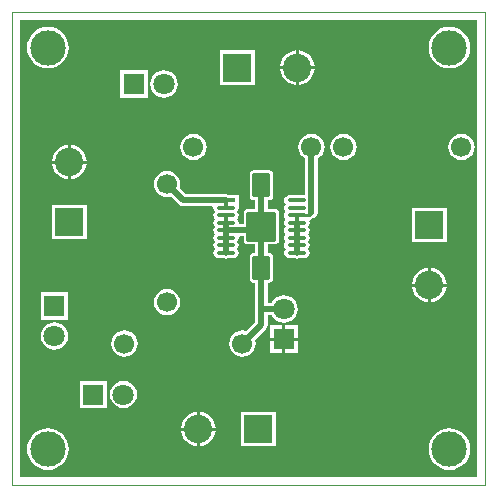
<source format=gtl>
G04 Layer_Physical_Order=1*
G04 Layer_Color=6759642*
%FSLAX44Y44*%
%MOMM*%
G71*
G01*
G75*
G04:AMPARAMS|DCode=10|XSize=1.5mm|YSize=2mm|CornerRadius=0.075mm|HoleSize=0mm|Usage=FLASHONLY|Rotation=0.000|XOffset=0mm|YOffset=0mm|HoleType=Round|Shape=RoundedRectangle|*
%AMROUNDEDRECTD10*
21,1,1.5000,1.8500,0,0,0.0*
21,1,1.3500,2.0000,0,0,0.0*
1,1,0.1500,0.6750,-0.9250*
1,1,0.1500,-0.6750,-0.9250*
1,1,0.1500,-0.6750,0.9250*
1,1,0.1500,0.6750,0.9250*
%
%ADD10ROUNDEDRECTD10*%
G04:AMPARAMS|DCode=11|XSize=2.5mm|YSize=2.5mm|CornerRadius=0.125mm|HoleSize=0mm|Usage=FLASHONLY|Rotation=90.000|XOffset=0mm|YOffset=0mm|HoleType=Round|Shape=RoundedRectangle|*
%AMROUNDEDRECTD11*
21,1,2.5000,2.2500,0,0,90.0*
21,1,2.2500,2.5000,0,0,90.0*
1,1,0.2500,1.1250,1.1250*
1,1,0.2500,1.1250,-1.1250*
1,1,0.2500,-1.1250,-1.1250*
1,1,0.2500,-1.1250,1.1250*
%
%ADD11ROUNDEDRECTD11*%
%ADD12O,1.6500X0.3500*%
%ADD13R,1.6500X0.3500*%
%ADD14C,0.5000*%
%ADD15C,0.3000*%
%ADD16C,0.2540*%
%ADD17C,0.1000*%
%ADD18R,1.8000X1.8000*%
%ADD19C,1.8000*%
%ADD20R,1.8000X1.8000*%
%ADD21C,2.4000*%
%ADD22R,2.4000X2.4000*%
%ADD23C,1.7000*%
%ADD24R,2.4000X2.4000*%
%ADD25C,3.0000*%
G36*
X393700Y6350D02*
X6350D01*
Y393700D01*
X393700D01*
Y6350D01*
D02*
G37*
%LPC*%
G36*
X228600Y134730D02*
X218330D01*
Y124460D01*
X228600D01*
Y134730D01*
D02*
G37*
G36*
X241410D02*
X231140D01*
Y124460D01*
X241410D01*
Y134730D01*
D02*
G37*
G36*
X35560Y137370D02*
X32548Y136973D01*
X29740Y135810D01*
X27330Y133960D01*
X25480Y131550D01*
X24317Y128743D01*
X23920Y125730D01*
X24317Y122718D01*
X25480Y119910D01*
X27330Y117500D01*
X29740Y115650D01*
X32548Y114487D01*
X35560Y114090D01*
X38572Y114487D01*
X41380Y115650D01*
X43790Y117500D01*
X45640Y119910D01*
X46803Y122718D01*
X47200Y125730D01*
X46803Y128743D01*
X45640Y131550D01*
X43790Y133960D01*
X41380Y135810D01*
X38572Y136973D01*
X35560Y137370D01*
D02*
G37*
G36*
X228600Y121920D02*
X218330D01*
Y111650D01*
X228600D01*
Y121920D01*
D02*
G37*
G36*
X241410D02*
X231140D01*
Y111650D01*
X241410D01*
Y121920D01*
D02*
G37*
G36*
X367558Y167640D02*
X354330D01*
Y154412D01*
X356856Y154744D01*
X360393Y156209D01*
X363430Y158540D01*
X365761Y161577D01*
X367226Y165114D01*
X367558Y167640D01*
D02*
G37*
G36*
X351790Y183408D02*
X349264Y183076D01*
X345727Y181611D01*
X342690Y179280D01*
X340359Y176243D01*
X338894Y172706D01*
X338562Y170180D01*
X351790D01*
Y183408D01*
D02*
G37*
G36*
Y167640D02*
X338562D01*
X338894Y165114D01*
X340359Y161577D01*
X342690Y158540D01*
X345727Y156209D01*
X349264Y154744D01*
X351790Y154412D01*
Y167640D01*
D02*
G37*
G36*
X47100Y162670D02*
X24020D01*
Y139590D01*
X47100D01*
Y162670D01*
D02*
G37*
G36*
X130810Y165605D02*
X127928Y165226D01*
X125242Y164113D01*
X122936Y162344D01*
X121167Y160038D01*
X120054Y157352D01*
X119675Y154470D01*
X120054Y151588D01*
X121167Y148902D01*
X122936Y146596D01*
X125242Y144827D01*
X127928Y143714D01*
X130810Y143335D01*
X133692Y143714D01*
X136378Y144827D01*
X138684Y146596D01*
X140453Y148902D01*
X141566Y151588D01*
X141945Y154470D01*
X141566Y157352D01*
X140453Y160038D01*
X138684Y162344D01*
X136378Y164113D01*
X133692Y165226D01*
X130810Y165605D01*
D02*
G37*
G36*
X156210Y45720D02*
X142982D01*
X143314Y43194D01*
X144779Y39657D01*
X147110Y36620D01*
X150147Y34289D01*
X153684Y32824D01*
X156210Y32492D01*
Y45720D01*
D02*
G37*
G36*
X171978D02*
X158750D01*
Y32492D01*
X161276Y32824D01*
X164813Y34289D01*
X167850Y36620D01*
X170181Y39657D01*
X171646Y43194D01*
X171978Y45720D01*
D02*
G37*
G36*
X222820Y61530D02*
X193740D01*
Y32450D01*
X222820D01*
Y61530D01*
D02*
G37*
G36*
X30000Y47625D02*
X26562Y47286D01*
X23255Y46283D01*
X20208Y44654D01*
X17537Y42463D01*
X15345Y39792D01*
X13717Y36745D01*
X12714Y33438D01*
X12375Y30000D01*
X12714Y26562D01*
X13717Y23255D01*
X15345Y20208D01*
X17537Y17537D01*
X20208Y15345D01*
X23255Y13717D01*
X26562Y12714D01*
X30000Y12375D01*
X33438Y12714D01*
X36745Y13717D01*
X39792Y15345D01*
X42463Y17537D01*
X44654Y20208D01*
X46283Y23255D01*
X47286Y26562D01*
X47625Y30000D01*
X47286Y33438D01*
X46283Y36745D01*
X44654Y39792D01*
X42463Y42463D01*
X39792Y44654D01*
X36745Y46283D01*
X33438Y47286D01*
X30000Y47625D01*
D02*
G37*
G36*
X370000D02*
X366562Y47286D01*
X363255Y46283D01*
X360208Y44654D01*
X357537Y42463D01*
X355345Y39792D01*
X353717Y36745D01*
X352714Y33438D01*
X352375Y30000D01*
X352714Y26562D01*
X353717Y23255D01*
X355345Y20208D01*
X357537Y17537D01*
X360208Y15345D01*
X363255Y13717D01*
X366562Y12714D01*
X370000Y12375D01*
X373438Y12714D01*
X376745Y13717D01*
X379792Y15345D01*
X382463Y17537D01*
X384655Y20208D01*
X386283Y23255D01*
X387286Y26562D01*
X387625Y30000D01*
X387286Y33438D01*
X386283Y36745D01*
X384655Y39792D01*
X382463Y42463D01*
X379792Y44654D01*
X376745Y46283D01*
X373438Y47286D01*
X370000Y47625D01*
D02*
G37*
G36*
X80120Y87740D02*
X57040D01*
Y64660D01*
X80120D01*
Y87740D01*
D02*
G37*
G36*
X94780Y130515D02*
X91898Y130136D01*
X89212Y129023D01*
X86906Y127254D01*
X85137Y124948D01*
X84024Y122262D01*
X83645Y119380D01*
X84024Y116498D01*
X85137Y113812D01*
X86906Y111506D01*
X89212Y109737D01*
X91898Y108624D01*
X94780Y108245D01*
X97662Y108624D01*
X100348Y109737D01*
X102654Y111506D01*
X104423Y113812D01*
X105536Y116498D01*
X105915Y119380D01*
X105536Y122262D01*
X104423Y124948D01*
X102654Y127254D01*
X100348Y129023D01*
X97662Y130136D01*
X94780Y130515D01*
D02*
G37*
G36*
X93980Y87839D02*
X90968Y87443D01*
X88160Y86280D01*
X85750Y84430D01*
X83900Y82020D01*
X82737Y79212D01*
X82340Y76200D01*
X82737Y73187D01*
X83900Y70380D01*
X85750Y67970D01*
X88160Y66120D01*
X90968Y64957D01*
X93980Y64560D01*
X96993Y64957D01*
X99800Y66120D01*
X102210Y67970D01*
X104060Y70380D01*
X105223Y73187D01*
X105619Y76200D01*
X105223Y79212D01*
X104060Y82020D01*
X102210Y84430D01*
X99800Y86280D01*
X96993Y87443D01*
X93980Y87839D01*
D02*
G37*
G36*
X156210Y61488D02*
X153684Y61156D01*
X150147Y59691D01*
X147110Y57360D01*
X144779Y54323D01*
X143314Y50786D01*
X142982Y48260D01*
X156210D01*
Y61488D01*
D02*
G37*
G36*
X158750D02*
Y48260D01*
X171978D01*
X171646Y50786D01*
X170181Y54323D01*
X167850Y57360D01*
X164813Y59691D01*
X161276Y61156D01*
X158750Y61488D01*
D02*
G37*
G36*
X205040Y367600D02*
X175960D01*
Y338520D01*
X205040D01*
Y367600D01*
D02*
G37*
G36*
X240030Y351790D02*
X226802D01*
X227134Y349264D01*
X228599Y345727D01*
X230930Y342690D01*
X233967Y340359D01*
X237504Y338894D01*
X240030Y338562D01*
Y351790D01*
D02*
G37*
G36*
X114410Y350630D02*
X91330D01*
Y327550D01*
X114410D01*
Y350630D01*
D02*
G37*
G36*
X380200Y296885D02*
X377318Y296506D01*
X374632Y295393D01*
X372326Y293624D01*
X370557Y291318D01*
X369444Y288632D01*
X369065Y285750D01*
X369444Y282868D01*
X370557Y280182D01*
X372326Y277876D01*
X374632Y276107D01*
X377318Y274994D01*
X380200Y274615D01*
X383082Y274994D01*
X385768Y276107D01*
X388074Y277876D01*
X389843Y280182D01*
X390956Y282868D01*
X391335Y285750D01*
X390956Y288632D01*
X389843Y291318D01*
X388074Y293624D01*
X385768Y295393D01*
X383082Y296506D01*
X380200Y296885D01*
D02*
G37*
G36*
X128270Y350730D02*
X125258Y350333D01*
X122450Y349170D01*
X120040Y347320D01*
X118190Y344910D01*
X117027Y342103D01*
X116630Y339090D01*
X117027Y336077D01*
X118190Y333270D01*
X120040Y330860D01*
X122450Y329010D01*
X125258Y327847D01*
X128270Y327450D01*
X131283Y327847D01*
X134090Y329010D01*
X136500Y330860D01*
X138350Y333270D01*
X139513Y336077D01*
X139909Y339090D01*
X139513Y342103D01*
X138350Y344910D01*
X136500Y347320D01*
X134090Y349170D01*
X131283Y350333D01*
X128270Y350730D01*
D02*
G37*
G36*
X240030Y367558D02*
X237504Y367226D01*
X233967Y365761D01*
X230930Y363430D01*
X228599Y360393D01*
X227134Y356856D01*
X226802Y354330D01*
X240030D01*
Y367558D01*
D02*
G37*
G36*
X242570D02*
Y354330D01*
X255798D01*
X255466Y356856D01*
X254001Y360393D01*
X251670Y363430D01*
X248633Y365761D01*
X245096Y367226D01*
X242570Y367558D01*
D02*
G37*
G36*
X370000Y387625D02*
X366562Y387286D01*
X363255Y386283D01*
X360208Y384655D01*
X357537Y382463D01*
X355345Y379792D01*
X353717Y376745D01*
X352714Y373438D01*
X352375Y370000D01*
X352714Y366562D01*
X353717Y363255D01*
X355345Y360208D01*
X357537Y357537D01*
X360208Y355345D01*
X363255Y353717D01*
X366562Y352714D01*
X370000Y352375D01*
X373438Y352714D01*
X376745Y353717D01*
X379792Y355345D01*
X382463Y357537D01*
X384655Y360208D01*
X386283Y363255D01*
X387286Y366562D01*
X387625Y370000D01*
X387286Y373438D01*
X386283Y376745D01*
X384655Y379792D01*
X382463Y382463D01*
X379792Y384655D01*
X376745Y386283D01*
X373438Y387286D01*
X370000Y387625D01*
D02*
G37*
G36*
X255798Y351790D02*
X242570D01*
Y338562D01*
X245096Y338894D01*
X248633Y340359D01*
X251670Y342690D01*
X254001Y345727D01*
X255466Y349264D01*
X255798Y351790D01*
D02*
G37*
G36*
X30000Y387625D02*
X26562Y387286D01*
X23255Y386283D01*
X20208Y384655D01*
X17537Y382463D01*
X15345Y379792D01*
X13717Y376745D01*
X12714Y373438D01*
X12375Y370000D01*
X12714Y366562D01*
X13717Y363255D01*
X15345Y360208D01*
X17537Y357537D01*
X20208Y355345D01*
X23255Y353717D01*
X26562Y352714D01*
X30000Y352375D01*
X33438Y352714D01*
X36745Y353717D01*
X39792Y355345D01*
X42463Y357537D01*
X44654Y360208D01*
X46283Y363255D01*
X47286Y366562D01*
X47625Y370000D01*
X47286Y373438D01*
X46283Y376745D01*
X44654Y379792D01*
X42463Y382463D01*
X39792Y384655D01*
X36745Y386283D01*
X33438Y387286D01*
X30000Y387625D01*
D02*
G37*
G36*
X280200Y296885D02*
X277318Y296506D01*
X274632Y295393D01*
X272326Y293624D01*
X270557Y291318D01*
X269444Y288632D01*
X269065Y285750D01*
X269444Y282868D01*
X270557Y280182D01*
X272326Y277876D01*
X274632Y276107D01*
X277318Y274994D01*
X280200Y274615D01*
X283082Y274994D01*
X285768Y276107D01*
X288074Y277876D01*
X289843Y280182D01*
X290956Y282868D01*
X291335Y285750D01*
X290956Y288632D01*
X289843Y291318D01*
X288074Y293624D01*
X285768Y295393D01*
X283082Y296506D01*
X280200Y296885D01*
D02*
G37*
G36*
X62800Y236790D02*
X33720D01*
Y207710D01*
X62800D01*
Y236790D01*
D02*
G37*
G36*
X217570Y266045D02*
X204070D01*
X202786Y265789D01*
X201698Y265062D01*
X200971Y263974D01*
X200716Y262690D01*
Y244190D01*
X200971Y242906D01*
X201698Y241818D01*
X202786Y241091D01*
X204070Y240835D01*
X205681D01*
Y233554D01*
X199570D01*
X198091Y233260D01*
X196838Y232422D01*
X196000Y231169D01*
X195706Y229690D01*
Y220404D01*
X192454D01*
X191648Y221385D01*
X191694Y221615D01*
X191361Y223289D01*
X191043Y223765D01*
X190460Y224790D01*
X191043Y225815D01*
X191361Y226291D01*
X191694Y227965D01*
X191361Y229639D01*
X191043Y230115D01*
X190460Y231140D01*
X191043Y232165D01*
X191361Y232641D01*
X191694Y234315D01*
X191532Y235130D01*
X191610Y236400D01*
X191610Y236400D01*
X191610Y236400D01*
Y244980D01*
X183471D01*
X182787Y245438D01*
X180820Y245829D01*
X146719D01*
X141388Y251159D01*
X141566Y251588D01*
X141945Y254470D01*
X141566Y257352D01*
X140453Y260038D01*
X138684Y262344D01*
X136378Y264113D01*
X133692Y265226D01*
X130810Y265605D01*
X127928Y265226D01*
X125242Y264113D01*
X122936Y262344D01*
X121167Y260038D01*
X120054Y257352D01*
X119675Y254470D01*
X120054Y251588D01*
X121167Y248902D01*
X122936Y246596D01*
X125242Y244827D01*
X127928Y243714D01*
X130810Y243335D01*
X133692Y243714D01*
X134121Y243892D01*
X140956Y237056D01*
X142624Y235942D01*
X144590Y235551D01*
X169191D01*
X169997Y234569D01*
X169946Y234315D01*
X170279Y232641D01*
X170597Y232165D01*
X171180Y231140D01*
X170597Y230115D01*
X170279Y229639D01*
X169946Y227965D01*
X170279Y226291D01*
X170597Y225815D01*
X171180Y224790D01*
X170597Y223765D01*
X170279Y223289D01*
X169946Y221615D01*
X170279Y219941D01*
X170597Y219465D01*
X171180Y218440D01*
X170597Y217415D01*
X170279Y216939D01*
X169946Y215265D01*
X170279Y213591D01*
X170597Y213115D01*
X171180Y212090D01*
X170597Y211065D01*
X170279Y210589D01*
X169946Y208915D01*
X170279Y207241D01*
X170597Y206765D01*
X171180Y205740D01*
X170597Y204715D01*
X170279Y204239D01*
X169946Y202565D01*
X170279Y200891D01*
X171227Y199472D01*
Y199283D01*
X170279Y197864D01*
X169946Y196190D01*
X170279Y194516D01*
X171227Y193097D01*
X172646Y192149D01*
X174320Y191816D01*
X178295D01*
X178853Y191442D01*
X180820Y191051D01*
X182787Y191442D01*
X183346Y191816D01*
X187320D01*
X188994Y192149D01*
X190413Y193097D01*
X191361Y194516D01*
X191694Y196190D01*
X191361Y197864D01*
X190413Y199283D01*
Y199472D01*
X191361Y200891D01*
X191694Y202565D01*
X191361Y204239D01*
X191043Y204715D01*
X190460Y205740D01*
X191043Y206765D01*
X191361Y207241D01*
X191694Y208915D01*
X191648Y209144D01*
X192454Y210126D01*
X195706D01*
Y207190D01*
X196000Y205711D01*
X196838Y204458D01*
X198091Y203620D01*
X199570Y203326D01*
X205681D01*
Y196045D01*
X204070D01*
X202786Y195789D01*
X201698Y195062D01*
X200971Y193974D01*
X200716Y192690D01*
Y174190D01*
X200971Y172906D01*
X201698Y171818D01*
X202786Y171091D01*
X204070Y170835D01*
X205681D01*
Y137549D01*
X198091Y129958D01*
X197662Y130136D01*
X194780Y130515D01*
X191898Y130136D01*
X189212Y129023D01*
X186906Y127254D01*
X185137Y124948D01*
X184024Y122262D01*
X183645Y119380D01*
X184024Y116498D01*
X185137Y113812D01*
X186906Y111506D01*
X189212Y109737D01*
X191898Y108624D01*
X194780Y108245D01*
X197662Y108624D01*
X200348Y109737D01*
X202654Y111506D01*
X204423Y113812D01*
X205536Y116498D01*
X205915Y119380D01*
X205536Y122262D01*
X205358Y122691D01*
X214454Y131786D01*
X215568Y133454D01*
X215959Y135420D01*
Y143451D01*
X219508D01*
X219790Y142770D01*
X221640Y140360D01*
X224050Y138510D01*
X226857Y137347D01*
X229870Y136950D01*
X232882Y137347D01*
X235690Y138510D01*
X238100Y140360D01*
X239950Y142770D01*
X241113Y145577D01*
X241509Y148590D01*
X241113Y151602D01*
X239950Y154410D01*
X238100Y156820D01*
X235690Y158670D01*
X232882Y159833D01*
X229870Y160229D01*
X226857Y159833D01*
X224050Y158670D01*
X221640Y156820D01*
X219790Y154410D01*
X219508Y153729D01*
X215959D01*
Y170835D01*
X217570D01*
X218854Y171091D01*
X219942Y171818D01*
X220669Y172906D01*
X220924Y174190D01*
Y192690D01*
X220669Y193974D01*
X219942Y195062D01*
X218854Y195789D01*
X217570Y196045D01*
X215959D01*
Y203326D01*
X222070D01*
X223549Y203620D01*
X224802Y204458D01*
X225640Y205711D01*
X225934Y207190D01*
Y229690D01*
X225640Y231169D01*
X224802Y232422D01*
X223549Y233260D01*
X222070Y233554D01*
X215959D01*
Y240835D01*
X217570D01*
X218854Y241091D01*
X219942Y241818D01*
X220669Y242906D01*
X220924Y244190D01*
Y262690D01*
X220669Y263974D01*
X219942Y265062D01*
X218854Y265789D01*
X217570Y266045D01*
D02*
G37*
G36*
X367600Y234250D02*
X338520D01*
Y205170D01*
X367600D01*
Y234250D01*
D02*
G37*
G36*
X354330Y183408D02*
Y170180D01*
X367558D01*
X367226Y172706D01*
X365761Y176243D01*
X363430Y179280D01*
X360393Y181611D01*
X356856Y183076D01*
X354330Y183408D01*
D02*
G37*
G36*
X253200Y296885D02*
X250318Y296506D01*
X247632Y295393D01*
X245326Y293624D01*
X243557Y291318D01*
X242444Y288632D01*
X242065Y285750D01*
X242444Y282868D01*
X243557Y280182D01*
X245326Y277876D01*
X247632Y276107D01*
X248061Y275929D01*
Y245672D01*
X247320Y245064D01*
X234320D01*
X232646Y244731D01*
X231227Y243783D01*
X230279Y242364D01*
X229946Y240690D01*
X230279Y239016D01*
X231227Y237597D01*
Y237408D01*
X230279Y235989D01*
X229946Y234315D01*
X230279Y232641D01*
X230597Y232165D01*
X231180Y231140D01*
X230597Y230115D01*
X230279Y229639D01*
X229946Y227965D01*
X230279Y226291D01*
X230597Y225815D01*
X231180Y224790D01*
X230597Y223765D01*
X230279Y223289D01*
X229946Y221615D01*
X230279Y219941D01*
X231227Y218522D01*
Y218358D01*
X230279Y216939D01*
X229946Y215265D01*
X230279Y213591D01*
X230597Y213115D01*
X231180Y212090D01*
X230597Y211065D01*
X230279Y210589D01*
X229946Y208915D01*
X230279Y207241D01*
X230597Y206765D01*
X231180Y205740D01*
X230597Y204715D01*
X230279Y204239D01*
X229946Y202565D01*
X230279Y200891D01*
X231227Y199472D01*
Y199283D01*
X230279Y197864D01*
X229946Y196190D01*
X230279Y194516D01*
X231227Y193097D01*
X232646Y192149D01*
X234320Y191816D01*
X238295D01*
X238853Y191442D01*
X240820Y191051D01*
X242787Y191442D01*
X243346Y191816D01*
X247320D01*
X248994Y192149D01*
X250413Y193097D01*
X251361Y194516D01*
X251694Y196190D01*
X251361Y197864D01*
X250413Y199283D01*
Y199472D01*
X251361Y200891D01*
X251694Y202565D01*
X251361Y204239D01*
X251043Y204715D01*
X250460Y205740D01*
X251043Y206765D01*
X251361Y207241D01*
X251694Y208915D01*
X251361Y210589D01*
X251043Y211065D01*
X250460Y212090D01*
X251043Y213115D01*
X251361Y213591D01*
X251694Y215265D01*
X251361Y216939D01*
X250413Y218358D01*
Y218522D01*
X251361Y219941D01*
X251694Y221615D01*
X251361Y223289D01*
X251766Y224268D01*
X252312Y224376D01*
X253572Y225218D01*
X253643Y225289D01*
X255166Y225592D01*
X256834Y226706D01*
X257948Y228374D01*
X258339Y230340D01*
Y275929D01*
X258768Y276107D01*
X261074Y277876D01*
X262843Y280182D01*
X263956Y282868D01*
X264335Y285750D01*
X263956Y288632D01*
X262843Y291318D01*
X261074Y293624D01*
X258768Y295393D01*
X256082Y296506D01*
X253200Y296885D01*
D02*
G37*
G36*
X49530Y287548D02*
Y274320D01*
X62758D01*
X62426Y276846D01*
X60961Y280383D01*
X58630Y283420D01*
X55593Y285751D01*
X52056Y287216D01*
X49530Y287548D01*
D02*
G37*
G36*
X153200Y296885D02*
X150318Y296506D01*
X147632Y295393D01*
X145326Y293624D01*
X143557Y291318D01*
X142444Y288632D01*
X142065Y285750D01*
X142444Y282868D01*
X143557Y280182D01*
X145326Y277876D01*
X147632Y276107D01*
X150318Y274994D01*
X153200Y274615D01*
X156082Y274994D01*
X158768Y276107D01*
X161074Y277876D01*
X162843Y280182D01*
X163956Y282868D01*
X164335Y285750D01*
X163956Y288632D01*
X162843Y291318D01*
X161074Y293624D01*
X158768Y295393D01*
X156082Y296506D01*
X153200Y296885D01*
D02*
G37*
G36*
X46990Y287548D02*
X44464Y287216D01*
X40927Y285751D01*
X37890Y283420D01*
X35559Y280383D01*
X34094Y276846D01*
X33762Y274320D01*
X46990D01*
Y287548D01*
D02*
G37*
G36*
Y271780D02*
X33762D01*
X34094Y269254D01*
X35559Y265717D01*
X37890Y262680D01*
X40927Y260349D01*
X44464Y258884D01*
X46990Y258552D01*
Y271780D01*
D02*
G37*
G36*
X62758D02*
X49530D01*
Y258552D01*
X52056Y258884D01*
X55593Y260349D01*
X58630Y262680D01*
X60961Y265717D01*
X62426Y269254D01*
X62758Y271780D01*
D02*
G37*
%LPD*%
D10*
X210820Y183440D02*
D03*
Y253440D02*
D03*
D11*
Y218440D02*
D03*
D12*
X240820Y196190D02*
D03*
Y202565D02*
D03*
Y208915D02*
D03*
Y215265D02*
D03*
Y221615D02*
D03*
Y227965D02*
D03*
Y234315D02*
D03*
Y240690D02*
D03*
X180820Y196190D02*
D03*
Y202565D02*
D03*
Y208915D02*
D03*
Y215265D02*
D03*
Y221615D02*
D03*
Y227965D02*
D03*
Y234315D02*
D03*
D13*
Y240690D02*
D03*
D14*
X210820Y148590D02*
X229870D01*
X194780Y119380D02*
X210820Y135420D01*
Y183440D01*
X130810Y254470D02*
X144590Y240690D01*
X180820D01*
X207645Y215265D02*
X210820Y218440D01*
X180820Y215265D02*
X207645D01*
X180820Y196190D02*
Y202565D01*
Y208915D01*
Y215265D01*
Y221615D01*
X210820Y183440D02*
Y218440D01*
Y253440D01*
X253200Y230340D02*
Y285750D01*
X240820Y196190D02*
Y202565D01*
Y208915D01*
Y215265D01*
Y221615D01*
D15*
X180820Y234315D02*
Y240690D01*
Y221615D02*
Y227965D01*
X240820Y221615D02*
Y227965D01*
D16*
X250825D02*
X253200Y230340D01*
X240820Y227965D02*
X250825D01*
D17*
X0Y0D02*
Y400000D01*
Y0D02*
X400000D01*
Y400000D01*
X0D02*
X400000D01*
D18*
X68580Y76200D02*
D03*
X102870Y339090D02*
D03*
D19*
X93980Y76200D02*
D03*
X35560Y125730D02*
D03*
X229870Y148590D02*
D03*
X128270Y339090D02*
D03*
D20*
X35560Y151130D02*
D03*
X229870Y123190D02*
D03*
D21*
X353060Y168910D02*
D03*
X48260Y273050D02*
D03*
X241300Y353060D02*
D03*
X157480Y46990D02*
D03*
D22*
X353060Y219710D02*
D03*
X48260Y222250D02*
D03*
D23*
X280200Y285750D02*
D03*
X380200D02*
D03*
X153200D02*
D03*
X253200D02*
D03*
X130810Y154470D02*
D03*
Y254470D02*
D03*
X194780Y119380D02*
D03*
X94780D02*
D03*
D24*
X190500Y353060D02*
D03*
X208280Y46990D02*
D03*
D25*
X30000Y370000D02*
D03*
X370000Y30000D02*
D03*
Y370000D02*
D03*
X30000Y30000D02*
D03*
M02*

</source>
